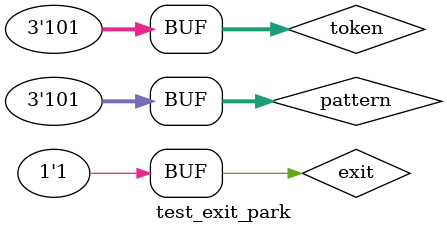
<source format=v>
`timescale 1ns / 1ps


module test_exit_park;

	// Inputs
	reg exit;
	reg [2:0] token;
	reg [2:0] pattern;

	// Outputs
	wire [7:0] park_location;

	// Instantiate the Unit Under Test (UUT)
	exit_park uut (
		.exit(exit), 
		.token(token), 
		.pattern(pattern), 
		.park_location(park_location)
	);

	initial begin
		exit = 0; token = 3'b000; pattern = 3'b000; #250; // park_location = zzzzzzzz
		exit = 1; token = 3'b000; pattern = 3'b111; #250; // park_location = 10000000
		exit = 1; token = 3'b100; pattern = 3'b110; #250; // park_location = 00000100
		exit = 1; token = 3'b101; pattern = 3'b101; #250; // park_location = 00000001
	end
      
endmodule


</source>
